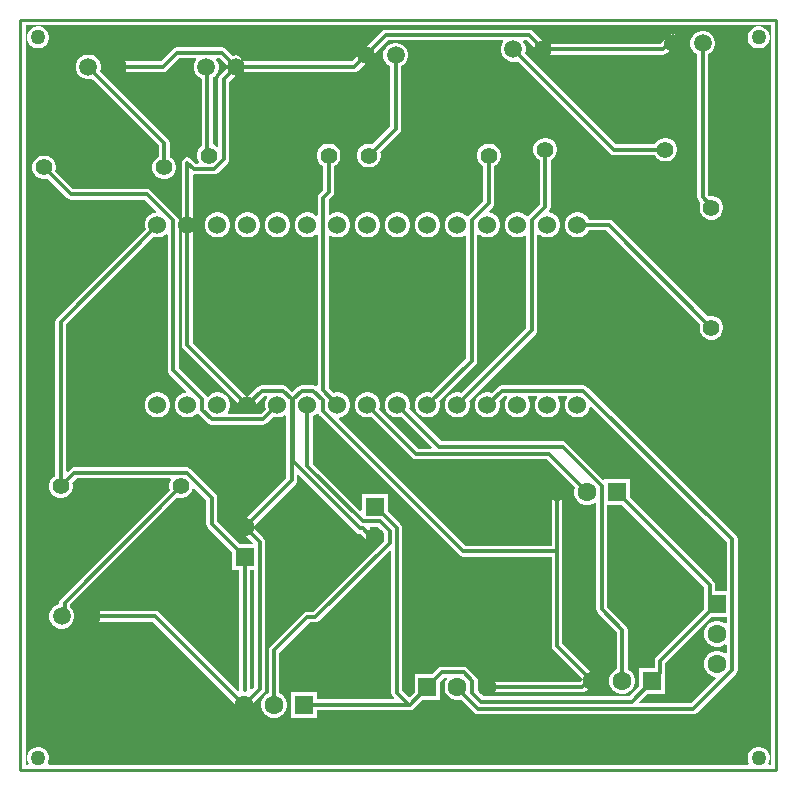
<source format=gbl>
G04*
G04 #@! TF.GenerationSoftware,Altium Limited,Altium Designer,22.6.1 (34)*
G04*
G04 Layer_Physical_Order=2*
G04 Layer_Color=16711680*
%FSLAX24Y24*%
%MOIN*%
G70*
G04*
G04 #@! TF.SameCoordinates,6E773C18-5622-4DD5-A5AB-6A1A1A176540*
G04*
G04*
G04 #@! TF.FilePolarity,Positive*
G04*
G01*
G75*
%ADD14C,0.0100*%
%ADD22C,0.0630*%
%ADD23R,0.0630X0.0630*%
%ADD24C,0.0600*%
%ADD25C,0.0591*%
%ADD26C,0.0551*%
%ADD27R,0.0630X0.0630*%
%ADD28C,0.0500*%
%ADD29C,0.0118*%
G36*
X25222Y565D02*
X25150D01*
X25125Y608D01*
X25146Y645D01*
X25171Y739D01*
Y836D01*
X25146Y929D01*
X25098Y1013D01*
X25029Y1082D01*
X24945Y1130D01*
X24852Y1156D01*
X24755D01*
X24661Y1130D01*
X24577Y1082D01*
X24509Y1013D01*
X24460Y929D01*
X24435Y836D01*
Y739D01*
X24460Y645D01*
X24481Y608D01*
X24456Y565D01*
X1134D01*
X1109Y608D01*
X1130Y645D01*
X1156Y739D01*
Y836D01*
X1130Y929D01*
X1082Y1013D01*
X1013Y1082D01*
X929Y1130D01*
X836Y1156D01*
X739D01*
X645Y1130D01*
X561Y1082D01*
X493Y1013D01*
X444Y929D01*
X419Y836D01*
Y739D01*
X444Y645D01*
X466Y608D01*
X441Y565D01*
X368D01*
Y25222D01*
X25222D01*
Y565D01*
D02*
G37*
%LPC*%
G36*
X24852Y25171D02*
X24755D01*
X24661Y25146D01*
X24577Y25098D01*
X24509Y25029D01*
X24460Y24945D01*
X24435Y24852D01*
Y24755D01*
X24460Y24661D01*
X24509Y24577D01*
X24577Y24509D01*
X24661Y24460D01*
X24755Y24435D01*
X24852D01*
X24945Y24460D01*
X25029Y24509D01*
X25098Y24577D01*
X25146Y24661D01*
X25171Y24755D01*
Y24852D01*
X25146Y24945D01*
X25098Y25029D01*
X25029Y25098D01*
X24945Y25146D01*
X24852Y25171D01*
D02*
G37*
G36*
X836D02*
X739D01*
X645Y25146D01*
X561Y25098D01*
X493Y25029D01*
X444Y24945D01*
X419Y24852D01*
Y24755D01*
X444Y24661D01*
X493Y24577D01*
X561Y24509D01*
X645Y24460D01*
X739Y24435D01*
X836D01*
X929Y24460D01*
X1013Y24509D01*
X1082Y24577D01*
X1130Y24661D01*
X1156Y24755D01*
Y24852D01*
X1130Y24945D01*
X1082Y25029D01*
X1013Y25098D01*
X929Y25146D01*
X836Y25171D01*
D02*
G37*
G36*
X17154Y25063D02*
X12374D01*
X12305Y25049D01*
X12246Y25010D01*
X11577Y24340D01*
X11236Y24000D01*
X7584D01*
X7570Y24016D01*
X7557Y24085D01*
X7517Y24143D01*
X7514Y24147D01*
X7455Y24187D01*
X7386Y24200D01*
X7317Y24187D01*
X7293Y24171D01*
X7045Y24419D01*
X6986Y24458D01*
X6917Y24472D01*
X5421D01*
X5352Y24458D01*
X5294Y24419D01*
X4874Y24000D01*
X3453D01*
X3384Y23986D01*
X3325Y23947D01*
X3286Y23888D01*
X3272Y23819D01*
X3286Y23750D01*
X3325Y23691D01*
X3384Y23652D01*
X3453Y23638D01*
X4949D01*
X5018Y23652D01*
X5077Y23691D01*
X5496Y24111D01*
X6033D01*
X6052Y24061D01*
X6005Y23978D01*
X5976Y23873D01*
Y23764D01*
X6005Y23659D01*
X6059Y23565D01*
X6136Y23488D01*
X6230Y23434D01*
X6247Y23429D01*
Y21195D01*
X6223Y21181D01*
X6150Y21108D01*
X6098Y21018D01*
X6071Y20918D01*
Y20814D01*
X6098Y20714D01*
X6138Y20644D01*
X6113Y20594D01*
X6055D01*
X5892Y20757D01*
X5833Y20796D01*
X5764Y20810D01*
X5695Y20796D01*
X5636Y20757D01*
X5597Y20699D01*
X5584Y20630D01*
Y18551D01*
Y14551D01*
X5597Y14482D01*
X5636Y14423D01*
X7636Y12423D01*
X7695Y12384D01*
X7764Y12371D01*
X7833Y12384D01*
X7892Y12423D01*
X8316Y12848D01*
X8406D01*
X8424Y12798D01*
X8375Y12713D01*
X8346Y12606D01*
Y12496D01*
X8369Y12411D01*
X8212Y12255D01*
X7123D01*
X7105Y12305D01*
X7154Y12390D01*
X7182Y12496D01*
Y12606D01*
X7154Y12713D01*
X7099Y12808D01*
X7021Y12886D01*
X6926Y12941D01*
X6819Y12969D01*
X6709D01*
X6603Y12941D01*
X6507Y12886D01*
X6454Y12832D01*
X6451Y12831D01*
X6393Y12841D01*
X6369Y12877D01*
X5468Y13778D01*
Y18703D01*
X5454Y18772D01*
X5415Y18831D01*
X4549Y19697D01*
X4490Y19736D01*
X4421Y19750D01*
X1962D01*
X1360Y20352D01*
X1378Y20421D01*
Y20524D01*
X1351Y20624D01*
X1299Y20714D01*
X1226Y20787D01*
X1136Y20839D01*
X1036Y20866D01*
X932D01*
X832Y20839D01*
X743Y20787D01*
X669Y20714D01*
X617Y20624D01*
X591Y20524D01*
Y20421D01*
X617Y20320D01*
X669Y20231D01*
X743Y20157D01*
X832Y20106D01*
X932Y20079D01*
X1036D01*
X1104Y20097D01*
X1760Y19441D01*
X1818Y19402D01*
X1887Y19389D01*
X4346D01*
X4720Y19014D01*
X4698Y18966D01*
X4603Y18941D01*
X4507Y18886D01*
X4430Y18808D01*
X4375Y18713D01*
X4346Y18606D01*
Y18496D01*
X4369Y18411D01*
X1416Y15458D01*
X1376Y15399D01*
X1363Y15330D01*
Y10193D01*
X1302Y10158D01*
X1228Y10084D01*
X1176Y9994D01*
X1150Y9894D01*
Y9791D01*
X1176Y9691D01*
X1228Y9601D01*
X1302Y9527D01*
X1391Y9476D01*
X1491Y9449D01*
X1595D01*
X1695Y9476D01*
X1785Y9527D01*
X1858Y9601D01*
X1910Y9691D01*
X1937Y9791D01*
Y9894D01*
X1919Y9962D01*
X2071Y10115D01*
X5192D01*
X5217Y10065D01*
X5176Y9994D01*
X5150Y9894D01*
Y9791D01*
X5168Y9723D01*
X1537Y6092D01*
X1498Y6034D01*
X1485Y5964D01*
Y5916D01*
X1415Y5897D01*
X1321Y5843D01*
X1244Y5766D01*
X1190Y5671D01*
X1161Y5566D01*
Y5457D01*
X1190Y5352D01*
X1244Y5258D01*
X1321Y5181D01*
X1415Y5127D01*
X1520Y5098D01*
X1629D01*
X1734Y5127D01*
X1829Y5181D01*
X1906Y5258D01*
X1960Y5352D01*
X1988Y5457D01*
Y5566D01*
X1960Y5671D01*
X1906Y5766D01*
X1846Y5825D01*
Y5890D01*
X5423Y9467D01*
X5491Y9449D01*
X5595D01*
X5695Y9476D01*
X5785Y9527D01*
X5858Y9601D01*
X5910Y9691D01*
X5931Y9769D01*
X5984Y9787D01*
X6395Y9375D01*
Y8581D01*
X6409Y8512D01*
X6448Y8454D01*
X7244Y7658D01*
Y7047D01*
X7497D01*
Y3051D01*
X7501Y3030D01*
X7455Y3006D01*
X4821Y5640D01*
X4762Y5679D01*
X4693Y5692D01*
X2575D01*
X2506Y5679D01*
X2447Y5640D01*
X2408Y5581D01*
X2394Y5512D01*
X2408Y5443D01*
X2447Y5384D01*
X2506Y5345D01*
X2575Y5331D01*
X4618D01*
X7518Y2431D01*
X7577Y2392D01*
X7646Y2378D01*
X7715Y2392D01*
X7773Y2431D01*
X8297Y2955D01*
X8336Y3014D01*
X8350Y3083D01*
Y7988D01*
X8336Y8057D01*
X8297Y8116D01*
X7933Y8480D01*
X9369Y9917D01*
X9408Y9975D01*
X9422Y10044D01*
Y10212D01*
X9468Y10231D01*
X11394Y8305D01*
X11453Y8266D01*
X11522Y8252D01*
X11523D01*
X11742Y8034D01*
X11800Y7995D01*
X11869Y7981D01*
X12008D01*
X12077Y7995D01*
X12136Y8034D01*
X12175Y8092D01*
X12189Y8161D01*
X12175Y8231D01*
X12136Y8289D01*
X12077Y8328D01*
X12008Y8342D01*
X11944D01*
X11844Y8442D01*
X11863Y8489D01*
X12121D01*
X12319Y8290D01*
Y8032D01*
X9953Y5666D01*
X9764D01*
X9695Y5653D01*
X9636Y5613D01*
X8518Y4495D01*
X8479Y4436D01*
X8465Y4367D01*
Y2955D01*
X8380Y2906D01*
X8299Y2825D01*
X8242Y2726D01*
X8213Y2616D01*
Y2502D01*
X8242Y2392D01*
X8299Y2293D01*
X8380Y2213D01*
X8479Y2156D01*
X8589Y2126D01*
X8703D01*
X8813Y2156D01*
X8912Y2213D01*
X8992Y2293D01*
X9049Y2392D01*
X9079Y2502D01*
Y2616D01*
X9049Y2726D01*
X8992Y2825D01*
X8912Y2906D01*
X8826Y2955D01*
Y4292D01*
X9839Y5305D01*
X10028D01*
X10097Y5319D01*
X10156Y5358D01*
X12509Y7711D01*
X12556Y7692D01*
Y2963D01*
X12569Y2894D01*
X12608Y2835D01*
X12658Y2786D01*
X12638Y2740D01*
X10079D01*
Y2992D01*
X9213D01*
Y2126D01*
X10079D01*
Y2378D01*
X13173D01*
X13242Y2392D01*
X13301Y2431D01*
X13586Y2717D01*
X14197D01*
Y3327D01*
X14331Y3461D01*
X14398D01*
X14406Y3443D01*
X14415Y3411D01*
X14360Y3317D01*
X14331Y3207D01*
Y3093D01*
X14360Y2982D01*
X14417Y2884D01*
X14498Y2803D01*
X14597Y2746D01*
X14707Y2717D01*
X14821D01*
X14892Y2736D01*
X15334Y2294D01*
X15393Y2254D01*
X15462Y2241D01*
X22621D01*
X22690Y2254D01*
X22749Y2294D01*
X24045Y3590D01*
X24084Y3648D01*
X24098Y3717D01*
Y8073D01*
X24084Y8142D01*
X24045Y8201D01*
X19090Y13156D01*
X19031Y13195D01*
X18962Y13209D01*
X16241D01*
X16172Y13195D01*
X16114Y13156D01*
X15904Y12947D01*
X15819Y12969D01*
X15709D01*
X15603Y12941D01*
X15507Y12886D01*
X15430Y12808D01*
X15375Y12713D01*
X15346Y12606D01*
Y12496D01*
X15375Y12390D01*
X15430Y12294D01*
X15507Y12217D01*
X15603Y12162D01*
X15709Y12133D01*
X15819D01*
X15926Y12162D01*
X16021Y12217D01*
X16099Y12294D01*
X16154Y12390D01*
X16182Y12496D01*
Y12606D01*
X16160Y12691D01*
X16316Y12848D01*
X16406D01*
X16424Y12798D01*
X16375Y12713D01*
X16346Y12606D01*
Y12496D01*
X16375Y12390D01*
X16430Y12294D01*
X16507Y12217D01*
X16603Y12162D01*
X16709Y12133D01*
X16819D01*
X16926Y12162D01*
X17021Y12217D01*
X17099Y12294D01*
X17154Y12390D01*
X17182Y12496D01*
Y12606D01*
X17154Y12713D01*
X17105Y12798D01*
X17123Y12848D01*
X17406D01*
X17424Y12798D01*
X17375Y12713D01*
X17346Y12606D01*
Y12496D01*
X17375Y12390D01*
X17430Y12294D01*
X17507Y12217D01*
X17603Y12162D01*
X17709Y12133D01*
X17819D01*
X17926Y12162D01*
X18021Y12217D01*
X18099Y12294D01*
X18154Y12390D01*
X18182Y12496D01*
Y12606D01*
X18154Y12713D01*
X18105Y12798D01*
X18123Y12848D01*
X18406D01*
X18424Y12798D01*
X18375Y12713D01*
X18346Y12606D01*
Y12496D01*
X18375Y12390D01*
X18430Y12294D01*
X18507Y12217D01*
X18603Y12162D01*
X18709Y12133D01*
X18819D01*
X18926Y12162D01*
X19021Y12217D01*
X19099Y12294D01*
X19154Y12390D01*
X19179Y12485D01*
X19227Y12507D01*
X23737Y7998D01*
Y6354D01*
X23350D01*
Y6555D01*
X23336Y6624D01*
X23297Y6683D01*
X20512Y9468D01*
Y10079D01*
X19646D01*
Y10079D01*
X19611Y10065D01*
X18394Y11282D01*
X18335Y11321D01*
X18266Y11335D01*
X14236D01*
X13160Y12411D01*
X13182Y12496D01*
Y12606D01*
X13154Y12713D01*
X13099Y12808D01*
X13021Y12886D01*
X12926Y12941D01*
X12819Y12969D01*
X12709D01*
X12603Y12941D01*
X12507Y12886D01*
X12430Y12808D01*
X12375Y12713D01*
X12346Y12606D01*
Y12496D01*
X12375Y12390D01*
X12430Y12294D01*
X12507Y12217D01*
X12603Y12162D01*
X12709Y12133D01*
X12819D01*
X12904Y12156D01*
X13915Y11145D01*
X13896Y11099D01*
X13472D01*
X12160Y12411D01*
X12182Y12496D01*
Y12606D01*
X12154Y12713D01*
X12099Y12808D01*
X12021Y12886D01*
X11926Y12941D01*
X11819Y12969D01*
X11709D01*
X11603Y12941D01*
X11507Y12886D01*
X11430Y12808D01*
X11375Y12713D01*
X11346Y12606D01*
Y12496D01*
X11375Y12390D01*
X11430Y12294D01*
X11507Y12217D01*
X11603Y12162D01*
X11709Y12133D01*
X11819D01*
X11904Y12156D01*
X13270Y10790D01*
X13328Y10751D01*
X13397Y10737D01*
X17732D01*
X18671Y9798D01*
X18646Y9703D01*
Y9589D01*
X18675Y9479D01*
X18732Y9380D01*
X18813Y9299D01*
X18912Y9242D01*
X19022Y9213D01*
X19136D01*
X19246Y9242D01*
X19340Y9297D01*
X19373Y9288D01*
X19390Y9280D01*
Y5744D01*
X19404Y5675D01*
X19443Y5617D01*
X20079Y4981D01*
Y3742D01*
X19994Y3693D01*
X19913Y3612D01*
X19856Y3514D01*
X19827Y3403D01*
Y3289D01*
X19856Y3179D01*
X19913Y3081D01*
X19994Y3000D01*
X20093Y2943D01*
X20203Y2913D01*
X20317D01*
X20427Y2943D01*
X20526Y3000D01*
X20606Y3081D01*
X20663Y3179D01*
X20693Y3289D01*
Y3403D01*
X20663Y3514D01*
X20606Y3612D01*
X20526Y3693D01*
X20440Y3742D01*
Y5056D01*
X20427Y5125D01*
X20388Y5183D01*
X19751Y5819D01*
Y9213D01*
X20256D01*
X22989Y6480D01*
Y6177D01*
X22992Y6160D01*
Y5744D01*
X21388Y4140D01*
X21349Y4081D01*
X21335Y4012D01*
Y3780D01*
X20827D01*
Y3169D01*
X20496Y2838D01*
X15635D01*
X15444Y3028D01*
Y3346D01*
X15431Y3415D01*
X15392Y3473D01*
X15095Y3769D01*
X15037Y3809D01*
X14968Y3822D01*
X14256D01*
X14187Y3809D01*
X14128Y3769D01*
X13941Y3583D01*
X13331D01*
Y2972D01*
X13157Y2798D01*
X12917Y3037D01*
Y8463D01*
X12903Y8532D01*
X12864Y8591D01*
X12441Y9014D01*
Y9594D01*
X11575D01*
Y9035D01*
X11529Y9016D01*
X9945Y10599D01*
Y12173D01*
X10021Y12217D01*
X10074Y12270D01*
X10078Y12271D01*
X10135Y12262D01*
X10159Y12226D01*
X14836Y7549D01*
X14894Y7510D01*
X14963Y7497D01*
X17898D01*
Y4528D01*
X17912Y4458D01*
X17951Y4400D01*
X18935Y3416D01*
X18850Y3330D01*
X15764D01*
X15695Y3316D01*
X15636Y3277D01*
X15597Y3219D01*
X15583Y3150D01*
X15597Y3080D01*
X15636Y3022D01*
X15695Y2983D01*
X15764Y2969D01*
X18924D01*
X18994Y2983D01*
X19052Y3022D01*
X19196Y3166D01*
X19260D01*
X19329Y3180D01*
X19388Y3219D01*
X19427Y3277D01*
X19440Y3346D01*
X19427Y3416D01*
X19388Y3474D01*
X18259Y4602D01*
Y7677D01*
Y9646D01*
X18246Y9715D01*
X18206Y9773D01*
X18148Y9813D01*
X18079Y9826D01*
X18010Y9813D01*
X17951Y9773D01*
X17912Y9715D01*
X17898Y9646D01*
Y7858D01*
X15038D01*
X10808Y12088D01*
X10831Y12136D01*
X10926Y12162D01*
X11021Y12217D01*
X11099Y12294D01*
X11154Y12390D01*
X11182Y12496D01*
Y12606D01*
X11154Y12713D01*
X11099Y12808D01*
X11021Y12886D01*
X10926Y12941D01*
X10819Y12969D01*
X10709D01*
X10631Y12948D01*
X10468Y13112D01*
Y18193D01*
X10518Y18211D01*
X10603Y18162D01*
X10709Y18133D01*
X10819D01*
X10926Y18162D01*
X11021Y18217D01*
X11099Y18294D01*
X11154Y18390D01*
X11182Y18496D01*
Y18606D01*
X11154Y18713D01*
X11099Y18808D01*
X11021Y18886D01*
X10926Y18941D01*
X10819Y18969D01*
X10709D01*
X10603Y18941D01*
X10518Y18892D01*
X10468Y18910D01*
Y19388D01*
X10592Y19512D01*
X10631Y19571D01*
X10645Y19640D01*
Y20516D01*
X10706Y20551D01*
X10780Y20624D01*
X10831Y20714D01*
X10858Y20814D01*
Y20918D01*
X10831Y21018D01*
X10780Y21108D01*
X10706Y21181D01*
X10617Y21233D01*
X10516Y21260D01*
X10413D01*
X10313Y21233D01*
X10223Y21181D01*
X10150Y21108D01*
X10098Y21018D01*
X10071Y20918D01*
Y20814D01*
X10098Y20714D01*
X10150Y20624D01*
X10223Y20551D01*
X10284Y20516D01*
Y19715D01*
X10159Y19590D01*
X10120Y19532D01*
X10106Y19462D01*
Y18871D01*
X10056Y18850D01*
X10021Y18886D01*
X9926Y18941D01*
X9819Y18969D01*
X9709D01*
X9603Y18941D01*
X9507Y18886D01*
X9430Y18808D01*
X9375Y18713D01*
X9346Y18606D01*
Y18496D01*
X9375Y18390D01*
X9430Y18294D01*
X9507Y18217D01*
X9603Y18162D01*
X9709Y18133D01*
X9819D01*
X9926Y18162D01*
X10021Y18217D01*
X10056Y18252D01*
X10106Y18231D01*
Y13205D01*
X10056Y13178D01*
X10031Y13195D01*
X9962Y13209D01*
X9567D01*
X9497Y13195D01*
X9439Y13156D01*
X9264Y12981D01*
X9090Y13156D01*
X9031Y13195D01*
X8962Y13209D01*
X8241D01*
X8172Y13195D01*
X8114Y13156D01*
X7764Y12807D01*
X5945Y14626D01*
Y18551D01*
Y20204D01*
X5980Y20233D01*
X6652D01*
X6721Y20247D01*
X6780Y20286D01*
X7103Y20609D01*
X7143Y20668D01*
X7156Y20737D01*
Y23330D01*
X7465Y23638D01*
X11311D01*
X11380Y23652D01*
X11439Y23691D01*
X11832Y24085D01*
X12449Y24701D01*
X16269D01*
X16288Y24651D01*
X16241Y24569D01*
X16213Y24464D01*
Y24355D01*
X16241Y24250D01*
X16295Y24156D01*
X16372Y24079D01*
X16466Y24024D01*
X16572Y23996D01*
X16680D01*
X16762Y24018D01*
X19845Y20935D01*
X19903Y20896D01*
X19972Y20882D01*
X21335D01*
X21370Y20821D01*
X21443Y20748D01*
X21533Y20696D01*
X21633Y20669D01*
X21737D01*
X21837Y20696D01*
X21927Y20748D01*
X22000Y20821D01*
X22052Y20911D01*
X22079Y21011D01*
Y21115D01*
X22052Y21215D01*
X22000Y21305D01*
X21927Y21378D01*
X21837Y21430D01*
X21737Y21457D01*
X21633D01*
X21533Y21430D01*
X21443Y21378D01*
X21370Y21305D01*
X21335Y21244D01*
X20047D01*
X17018Y24273D01*
X17039Y24355D01*
Y24464D01*
X17011Y24569D01*
X16964Y24651D01*
X16983Y24701D01*
X17079D01*
X17498Y24282D01*
X17557Y24243D01*
X17626Y24229D01*
X21616D01*
X21685Y24243D01*
X21744Y24282D01*
X21888Y24426D01*
X21941D01*
X22010Y24439D01*
X22069Y24479D01*
X22108Y24537D01*
X22122Y24606D01*
Y24734D01*
X22108Y24803D01*
X22069Y24862D01*
X22010Y24901D01*
X21941Y24915D01*
X21872Y24901D01*
X21813Y24862D01*
X21774Y24803D01*
X21769Y24778D01*
X21744Y24773D01*
X21685Y24734D01*
X21541Y24590D01*
X17701D01*
X17281Y25010D01*
X17223Y25049D01*
X17154Y25063D01*
D02*
G37*
G36*
X12759Y24626D02*
X12650D01*
X12545Y24598D01*
X12451Y24543D01*
X12374Y24466D01*
X12320Y24372D01*
X12291Y24267D01*
Y24158D01*
X12320Y24053D01*
X12374Y23959D01*
X12451Y23882D01*
X12524Y23840D01*
Y21835D01*
X11931Y21242D01*
X11863Y21260D01*
X11759D01*
X11659Y21233D01*
X11569Y21181D01*
X11496Y21108D01*
X11444Y21018D01*
X11417Y20918D01*
Y20814D01*
X11444Y20714D01*
X11496Y20624D01*
X11569Y20551D01*
X11659Y20499D01*
X11759Y20472D01*
X11863D01*
X11963Y20499D01*
X12053Y20551D01*
X12126Y20624D01*
X12178Y20714D01*
X12205Y20814D01*
Y20918D01*
X12186Y20986D01*
X12832Y21632D01*
X12872Y21691D01*
X12885Y21760D01*
Y23840D01*
X12959Y23882D01*
X13036Y23959D01*
X13090Y24053D01*
X13118Y24158D01*
Y24267D01*
X13090Y24372D01*
X13036Y24466D01*
X12959Y24543D01*
X12864Y24598D01*
X12759Y24626D01*
D02*
G37*
G36*
X2507Y24232D02*
X2398D01*
X2293Y24204D01*
X2199Y24150D01*
X2122Y24073D01*
X2068Y23978D01*
X2039Y23873D01*
Y23764D01*
X2068Y23659D01*
X2122Y23565D01*
X2199Y23488D01*
X2293Y23434D01*
X2398Y23406D01*
X2507D01*
X2589Y23427D01*
X4804Y21213D01*
Y20823D01*
X4743Y20787D01*
X4669Y20714D01*
X4617Y20624D01*
X4591Y20524D01*
Y20421D01*
X4617Y20320D01*
X4669Y20231D01*
X4743Y20157D01*
X4832Y20106D01*
X4932Y20079D01*
X5036D01*
X5136Y20106D01*
X5226Y20157D01*
X5299Y20231D01*
X5351Y20320D01*
X5378Y20421D01*
Y20524D01*
X5351Y20624D01*
X5299Y20714D01*
X5226Y20787D01*
X5165Y20823D01*
Y21287D01*
X5151Y21357D01*
X5112Y21415D01*
X2844Y23683D01*
X2866Y23764D01*
Y23873D01*
X2838Y23978D01*
X2784Y24073D01*
X2707Y24150D01*
X2612Y24204D01*
X2507Y24232D01*
D02*
G37*
G36*
X17737Y21457D02*
X17633D01*
X17533Y21430D01*
X17443Y21378D01*
X17370Y21305D01*
X17318Y21215D01*
X17291Y21115D01*
Y21011D01*
X17318Y20911D01*
X17370Y20821D01*
X17443Y20748D01*
X17504Y20713D01*
Y19222D01*
X17124Y18841D01*
X17067Y18839D01*
X17021Y18886D01*
X16926Y18941D01*
X16819Y18969D01*
X16709D01*
X16603Y18941D01*
X16507Y18886D01*
X16430Y18808D01*
X16375Y18713D01*
X16346Y18606D01*
Y18496D01*
X16375Y18390D01*
X16430Y18294D01*
X16507Y18217D01*
X16603Y18162D01*
X16709Y18133D01*
X16819D01*
X16926Y18162D01*
X17011Y18211D01*
X17061Y18193D01*
Y15112D01*
X14897Y12948D01*
X14819Y12969D01*
X14709D01*
X14603Y12941D01*
X14507Y12886D01*
X14430Y12808D01*
X14375Y12713D01*
X14346Y12606D01*
Y12496D01*
X14375Y12390D01*
X14430Y12294D01*
X14507Y12217D01*
X14603Y12162D01*
X14709Y12133D01*
X14819D01*
X14926Y12162D01*
X15021Y12217D01*
X15099Y12294D01*
X15154Y12390D01*
X15182Y12496D01*
Y12606D01*
X15158Y12698D01*
X17369Y14909D01*
X17408Y14968D01*
X17422Y15037D01*
Y18231D01*
X17472Y18252D01*
X17507Y18217D01*
X17603Y18162D01*
X17709Y18133D01*
X17819D01*
X17926Y18162D01*
X18021Y18217D01*
X18099Y18294D01*
X18154Y18390D01*
X18182Y18496D01*
Y18606D01*
X18154Y18713D01*
X18099Y18808D01*
X18021Y18886D01*
X17926Y18941D01*
X17831Y18966D01*
X17808Y19014D01*
X17813Y19019D01*
X17852Y19078D01*
X17866Y19147D01*
Y20713D01*
X17927Y20748D01*
X18000Y20821D01*
X18052Y20911D01*
X18079Y21011D01*
Y21115D01*
X18052Y21215D01*
X18000Y21305D01*
X17927Y21378D01*
X17837Y21430D01*
X17737Y21457D01*
D02*
G37*
G36*
X15863Y21260D02*
X15759D01*
X15659Y21233D01*
X15569Y21181D01*
X15496Y21108D01*
X15444Y21018D01*
X15417Y20918D01*
Y20814D01*
X15444Y20714D01*
X15496Y20624D01*
X15569Y20551D01*
X15630Y20516D01*
Y19348D01*
X15124Y18841D01*
X15067Y18839D01*
X15021Y18886D01*
X14926Y18941D01*
X14819Y18969D01*
X14709D01*
X14603Y18941D01*
X14507Y18886D01*
X14430Y18808D01*
X14375Y18713D01*
X14346Y18606D01*
Y18496D01*
X14375Y18390D01*
X14430Y18294D01*
X14507Y18217D01*
X14603Y18162D01*
X14709Y18133D01*
X14819D01*
X14926Y18162D01*
X15011Y18211D01*
X15061Y18193D01*
Y14103D01*
X13904Y12947D01*
X13819Y12969D01*
X13709D01*
X13603Y12941D01*
X13507Y12886D01*
X13430Y12808D01*
X13375Y12713D01*
X13346Y12606D01*
Y12496D01*
X13375Y12390D01*
X13430Y12294D01*
X13507Y12217D01*
X13603Y12162D01*
X13709Y12133D01*
X13819D01*
X13926Y12162D01*
X14021Y12217D01*
X14099Y12294D01*
X14154Y12390D01*
X14182Y12496D01*
Y12606D01*
X14160Y12691D01*
X15369Y13901D01*
X15408Y13959D01*
X15422Y14028D01*
Y18231D01*
X15472Y18252D01*
X15507Y18217D01*
X15603Y18162D01*
X15709Y18133D01*
X15819D01*
X15926Y18162D01*
X16021Y18217D01*
X16099Y18294D01*
X16154Y18390D01*
X16182Y18496D01*
Y18606D01*
X16154Y18713D01*
X16099Y18808D01*
X16021Y18886D01*
X15926Y18941D01*
X15831Y18966D01*
X15808Y19014D01*
X15939Y19145D01*
X15978Y19204D01*
X15992Y19273D01*
Y20516D01*
X16053Y20551D01*
X16126Y20624D01*
X16178Y20714D01*
X16205Y20814D01*
Y20918D01*
X16178Y21018D01*
X16126Y21108D01*
X16053Y21181D01*
X15963Y21233D01*
X15863Y21260D01*
D02*
G37*
G36*
X22995Y25020D02*
X22887D01*
X22781Y24992D01*
X22687Y24937D01*
X22610Y24860D01*
X22556Y24766D01*
X22528Y24661D01*
Y24552D01*
X22556Y24447D01*
X22610Y24352D01*
X22687Y24276D01*
X22760Y24233D01*
Y19479D01*
X22774Y19410D01*
X22813Y19351D01*
X22871Y19294D01*
X22861Y19278D01*
X22835Y19178D01*
Y19074D01*
X22861Y18974D01*
X22913Y18884D01*
X22987Y18811D01*
X23076Y18759D01*
X23177Y18732D01*
X23280D01*
X23380Y18759D01*
X23470Y18811D01*
X23543Y18884D01*
X23595Y18974D01*
X23622Y19074D01*
Y19178D01*
X23595Y19278D01*
X23543Y19368D01*
X23470Y19441D01*
X23380Y19493D01*
X23280Y19520D01*
X23177D01*
X23160Y19515D01*
X23122Y19554D01*
Y24233D01*
X23195Y24276D01*
X23272Y24352D01*
X23326Y24447D01*
X23354Y24552D01*
Y24661D01*
X23326Y24766D01*
X23272Y24860D01*
X23195Y24937D01*
X23101Y24992D01*
X22995Y25020D01*
D02*
G37*
G36*
X13819Y18969D02*
X13709D01*
X13603Y18941D01*
X13507Y18886D01*
X13430Y18808D01*
X13375Y18713D01*
X13346Y18606D01*
Y18496D01*
X13375Y18390D01*
X13430Y18294D01*
X13507Y18217D01*
X13603Y18162D01*
X13709Y18133D01*
X13819D01*
X13926Y18162D01*
X14021Y18217D01*
X14099Y18294D01*
X14154Y18390D01*
X14182Y18496D01*
Y18606D01*
X14154Y18713D01*
X14099Y18808D01*
X14021Y18886D01*
X13926Y18941D01*
X13819Y18969D01*
D02*
G37*
G36*
X12819D02*
X12709D01*
X12603Y18941D01*
X12507Y18886D01*
X12430Y18808D01*
X12375Y18713D01*
X12346Y18606D01*
Y18496D01*
X12375Y18390D01*
X12430Y18294D01*
X12507Y18217D01*
X12603Y18162D01*
X12709Y18133D01*
X12819D01*
X12926Y18162D01*
X13021Y18217D01*
X13099Y18294D01*
X13154Y18390D01*
X13182Y18496D01*
Y18606D01*
X13154Y18713D01*
X13099Y18808D01*
X13021Y18886D01*
X12926Y18941D01*
X12819Y18969D01*
D02*
G37*
G36*
X11819D02*
X11709D01*
X11603Y18941D01*
X11507Y18886D01*
X11430Y18808D01*
X11375Y18713D01*
X11346Y18606D01*
Y18496D01*
X11375Y18390D01*
X11430Y18294D01*
X11507Y18217D01*
X11603Y18162D01*
X11709Y18133D01*
X11819D01*
X11926Y18162D01*
X12021Y18217D01*
X12099Y18294D01*
X12154Y18390D01*
X12182Y18496D01*
Y18606D01*
X12154Y18713D01*
X12099Y18808D01*
X12021Y18886D01*
X11926Y18941D01*
X11819Y18969D01*
D02*
G37*
G36*
X8819D02*
X8709D01*
X8603Y18941D01*
X8507Y18886D01*
X8430Y18808D01*
X8375Y18713D01*
X8346Y18606D01*
Y18496D01*
X8375Y18390D01*
X8430Y18294D01*
X8507Y18217D01*
X8603Y18162D01*
X8709Y18133D01*
X8819D01*
X8926Y18162D01*
X9021Y18217D01*
X9099Y18294D01*
X9154Y18390D01*
X9182Y18496D01*
Y18606D01*
X9154Y18713D01*
X9099Y18808D01*
X9021Y18886D01*
X8926Y18941D01*
X8819Y18969D01*
D02*
G37*
G36*
X7819D02*
X7709D01*
X7603Y18941D01*
X7507Y18886D01*
X7430Y18808D01*
X7375Y18713D01*
X7346Y18606D01*
Y18496D01*
X7375Y18390D01*
X7430Y18294D01*
X7507Y18217D01*
X7603Y18162D01*
X7709Y18133D01*
X7819D01*
X7926Y18162D01*
X8021Y18217D01*
X8099Y18294D01*
X8154Y18390D01*
X8182Y18496D01*
Y18606D01*
X8154Y18713D01*
X8099Y18808D01*
X8021Y18886D01*
X7926Y18941D01*
X7819Y18969D01*
D02*
G37*
G36*
X6819D02*
X6709D01*
X6603Y18941D01*
X6507Y18886D01*
X6430Y18808D01*
X6375Y18713D01*
X6346Y18606D01*
Y18496D01*
X6375Y18390D01*
X6430Y18294D01*
X6507Y18217D01*
X6603Y18162D01*
X6709Y18133D01*
X6819D01*
X6926Y18162D01*
X7021Y18217D01*
X7099Y18294D01*
X7154Y18390D01*
X7182Y18496D01*
Y18606D01*
X7154Y18713D01*
X7099Y18808D01*
X7021Y18886D01*
X6926Y18941D01*
X6819Y18969D01*
D02*
G37*
G36*
X18819D02*
X18709D01*
X18603Y18941D01*
X18507Y18886D01*
X18430Y18808D01*
X18375Y18713D01*
X18346Y18606D01*
Y18496D01*
X18375Y18390D01*
X18430Y18294D01*
X18507Y18217D01*
X18603Y18162D01*
X18709Y18133D01*
X18819D01*
X18926Y18162D01*
X19021Y18217D01*
X19099Y18294D01*
X19143Y18371D01*
X19728D01*
X22853Y15246D01*
X22835Y15178D01*
Y15074D01*
X22861Y14974D01*
X22913Y14884D01*
X22987Y14811D01*
X23076Y14759D01*
X23177Y14732D01*
X23280D01*
X23380Y14759D01*
X23470Y14811D01*
X23543Y14884D01*
X23595Y14974D01*
X23622Y15074D01*
Y15178D01*
X23595Y15278D01*
X23543Y15368D01*
X23470Y15441D01*
X23380Y15493D01*
X23280Y15520D01*
X23177D01*
X23108Y15501D01*
X19931Y18679D01*
X19872Y18718D01*
X19803Y18732D01*
X19143D01*
X19099Y18808D01*
X19021Y18886D01*
X18926Y18941D01*
X18819Y18969D01*
D02*
G37*
%LPD*%
G36*
X7134Y23819D02*
X6848Y23533D01*
X6809Y23474D01*
X6795Y23405D01*
Y21163D01*
X6745Y21142D01*
X6706Y21181D01*
X6617Y21233D01*
X6608Y21235D01*
Y23467D01*
X6644Y23488D01*
X6721Y23565D01*
X6775Y23659D01*
X6803Y23764D01*
Y23873D01*
X6775Y23978D01*
X6727Y24061D01*
X6747Y24111D01*
X6842D01*
X7134Y23819D01*
D02*
G37*
G36*
X5106Y18231D02*
Y13703D01*
X5120Y13634D01*
X5159Y13575D01*
X5720Y13014D01*
X5698Y12966D01*
X5603Y12941D01*
X5507Y12886D01*
X5430Y12808D01*
X5375Y12713D01*
X5346Y12606D01*
Y12496D01*
X5375Y12390D01*
X5430Y12294D01*
X5507Y12217D01*
X5603Y12162D01*
X5709Y12133D01*
X5819D01*
X5926Y12162D01*
X6021Y12217D01*
X6067Y12263D01*
X6124Y12261D01*
X6439Y11946D01*
X6497Y11907D01*
X6567Y11893D01*
X8287D01*
X8356Y11907D01*
X8415Y11946D01*
X8624Y12156D01*
X8709Y12133D01*
X8819D01*
X8926Y12162D01*
X9011Y12211D01*
X9061Y12193D01*
Y10119D01*
X7549Y8608D01*
X7510Y8549D01*
X7497Y8480D01*
X7510Y8411D01*
X7549Y8353D01*
X7942Y7960D01*
X7923Y7913D01*
X7500D01*
X6757Y8656D01*
Y9450D01*
X6743Y9519D01*
X6704Y9578D01*
X5859Y10423D01*
X5800Y10462D01*
X5731Y10476D01*
X1996D01*
X1927Y10462D01*
X1868Y10423D01*
X1770Y10325D01*
X1724Y10344D01*
Y15255D01*
X4624Y18156D01*
X4709Y18133D01*
X4819D01*
X4926Y18162D01*
X5021Y18217D01*
X5056Y18252D01*
X5106Y18231D01*
D02*
G37*
G36*
X23737Y5287D02*
X23719Y5279D01*
X23687Y5270D01*
X23592Y5325D01*
X23482Y5354D01*
X23368D01*
X23258Y5325D01*
X23159Y5268D01*
X23079Y5187D01*
X23022Y5088D01*
X22992Y4978D01*
Y4864D01*
X23022Y4754D01*
X23079Y4655D01*
X23159Y4575D01*
X23258Y4518D01*
X23368Y4488D01*
X23482D01*
X23592Y4518D01*
X23687Y4572D01*
X23719Y4563D01*
X23737Y4556D01*
Y4287D01*
X23719Y4279D01*
X23687Y4270D01*
X23592Y4325D01*
X23482Y4354D01*
X23368D01*
X23258Y4325D01*
X23159Y4268D01*
X23079Y4187D01*
X23022Y4088D01*
X22992Y3978D01*
Y3864D01*
X23022Y3754D01*
X23079Y3655D01*
X23159Y3575D01*
X23258Y3518D01*
X23363Y3490D01*
X23380Y3460D01*
X23387Y3443D01*
X22546Y2602D01*
X20836D01*
X20817Y2648D01*
X21082Y2913D01*
X21693D01*
Y3585D01*
X21696Y3602D01*
Y3937D01*
X23248Y5488D01*
X23737D01*
Y5287D01*
D02*
G37*
G36*
X7989Y3158D02*
X7908Y3077D01*
X7858Y3097D01*
Y7047D01*
X7989D01*
Y3158D01*
D02*
G37*
%LPC*%
G36*
X4819Y12969D02*
X4709D01*
X4603Y12941D01*
X4507Y12886D01*
X4430Y12808D01*
X4375Y12713D01*
X4346Y12606D01*
Y12496D01*
X4375Y12390D01*
X4430Y12294D01*
X4507Y12217D01*
X4603Y12162D01*
X4709Y12133D01*
X4819D01*
X4926Y12162D01*
X5021Y12217D01*
X5099Y12294D01*
X5154Y12390D01*
X5182Y12496D01*
Y12606D01*
X5154Y12713D01*
X5099Y12808D01*
X5021Y12886D01*
X4926Y12941D01*
X4819Y12969D01*
D02*
G37*
%LPD*%
D14*
X197Y394D02*
X25394D01*
X197Y25394D02*
X25394D01*
Y394D02*
Y25394D01*
X197Y394D02*
Y25394D01*
D22*
X7677Y8480D02*
D03*
X12008Y8161D02*
D03*
X8646Y2559D02*
D03*
X7646D02*
D03*
X19079Y9646D02*
D03*
X18079D02*
D03*
X20260Y3346D02*
D03*
X19260D02*
D03*
X14764Y3150D02*
D03*
X15764D02*
D03*
X23425Y4921D02*
D03*
Y3921D02*
D03*
D23*
X7677Y7480D02*
D03*
X12008Y9161D02*
D03*
X23425Y5921D02*
D03*
D24*
X18764Y18551D02*
D03*
X17764D02*
D03*
X16764D02*
D03*
X15764D02*
D03*
X14764D02*
D03*
X13764D02*
D03*
X12764D02*
D03*
X11764D02*
D03*
X10764D02*
D03*
X9764D02*
D03*
X8764D02*
D03*
X7764D02*
D03*
X6764D02*
D03*
X5764D02*
D03*
X4764D02*
D03*
Y12551D02*
D03*
X5764D02*
D03*
X6764D02*
D03*
X7764D02*
D03*
X8764D02*
D03*
X9764D02*
D03*
X10764D02*
D03*
X11764D02*
D03*
X12764D02*
D03*
X13764D02*
D03*
X14764D02*
D03*
X15764D02*
D03*
X16764D02*
D03*
X17764D02*
D03*
X18764D02*
D03*
D25*
X2453Y23819D02*
D03*
X3453D02*
D03*
X7390D02*
D03*
X6390D02*
D03*
X11705Y24213D02*
D03*
X12705D02*
D03*
X17626Y24409D02*
D03*
X16626D02*
D03*
X21941Y24606D02*
D03*
X22941D02*
D03*
X1575Y5512D02*
D03*
X2575D02*
D03*
D26*
X4984Y20472D02*
D03*
X984D02*
D03*
X6465Y20866D02*
D03*
X10465D02*
D03*
X11811D02*
D03*
X15811D02*
D03*
X21685Y21063D02*
D03*
X17685D02*
D03*
X23228Y19126D02*
D03*
Y15126D02*
D03*
X5543Y9843D02*
D03*
X1543D02*
D03*
D27*
X9646Y2559D02*
D03*
X20079Y9646D02*
D03*
X21260Y3346D02*
D03*
X13764Y3150D02*
D03*
D28*
X24803Y24803D02*
D03*
Y787D02*
D03*
X787D02*
D03*
Y24803D02*
D03*
D29*
X5764Y20630D02*
X5980Y20413D01*
X6652D01*
X6976Y20737D01*
Y23405D02*
X7390Y23819D01*
X6976Y20737D02*
Y23405D01*
X6390Y23819D02*
X6427Y23781D01*
Y20904D02*
X6465Y20866D01*
X6427Y20904D02*
Y23781D01*
X4949Y23819D02*
X5421Y24291D01*
X6917D01*
X7390Y23819D01*
X3453D02*
X4949D01*
X2453D02*
X4984Y21287D01*
Y20472D02*
Y21287D01*
X2362Y23819D02*
X2453D01*
X4900Y20472D02*
X4984D01*
X9241Y10044D02*
Y12749D01*
X11705Y24213D02*
X12374Y24882D01*
X17154D01*
X17626Y24409D01*
X7677Y8480D02*
X8169Y7988D01*
X7646Y2559D02*
X8169Y3083D01*
Y7988D01*
X7677Y3051D02*
Y7480D01*
X4693Y5512D02*
X7646Y2559D01*
X2575Y5512D02*
X4693D01*
X11522Y8433D02*
X11598D01*
X18079Y7677D02*
Y9646D01*
Y4528D02*
Y7677D01*
X10287Y12354D02*
X14963Y7677D01*
X9567Y13028D02*
X9962D01*
X9287Y12749D02*
X9567Y13028D01*
X9962D02*
X10287Y12703D01*
X9287Y10668D02*
Y12749D01*
X10287Y12354D02*
Y12703D01*
X11869Y8161D02*
X12008D01*
X10287Y13037D02*
Y19462D01*
Y13037D02*
X10764Y12560D01*
Y12551D02*
Y12560D01*
X9287Y10668D02*
X11522Y8433D01*
X14963Y7677D02*
X18079D01*
X10028Y5486D02*
X12500Y7958D01*
Y8365D01*
X9764Y5486D02*
X10028D01*
X8646Y4367D02*
X9764Y5486D01*
X12736Y2963D02*
X13140Y2559D01*
X12736Y2963D02*
Y8463D01*
X18079Y4528D02*
X19260Y3346D01*
X20571Y2657D02*
X21260Y3346D01*
X14256Y3642D02*
X14968D01*
X13764Y3150D02*
X14256Y3642D01*
X14968D02*
X15264Y3346D01*
X22621Y2421D02*
X23917Y3717D01*
X15264Y2954D02*
Y3346D01*
Y2954D02*
X15560Y2657D01*
X20571D01*
X15462Y2421D02*
X22621D01*
X14764Y3120D02*
Y3150D01*
Y3120D02*
X15462Y2421D01*
X13173Y2559D02*
X13764Y3150D01*
X9646Y2559D02*
X13140D01*
X13173D01*
X19121Y3346D02*
X19260D01*
X15764Y3150D02*
X18924D01*
X19121Y3346D01*
X21260D02*
X21516Y3602D01*
Y4012D02*
X23425Y5921D01*
X21516Y3602D02*
Y4012D01*
X23169Y6177D02*
Y6555D01*
X20079Y9646D02*
X23169Y6555D01*
Y6177D02*
X23425Y5921D01*
X18962Y13028D02*
X23917Y8073D01*
Y3717D02*
Y8073D01*
X16241Y13028D02*
X18962D01*
X15764Y12551D02*
X16241Y13028D01*
X19803Y18551D02*
X23228Y15126D01*
X18764Y18551D02*
X19803D01*
X22941Y19479D02*
Y24606D01*
X23228Y19126D02*
Y19191D01*
X22941Y19479D02*
X23228Y19191D01*
X19571Y5744D02*
Y9850D01*
X14161Y11154D02*
X18266D01*
X19571Y5744D02*
X20260Y5056D01*
X17806Y10918D02*
X19079Y9646D01*
X13397Y10918D02*
X17806D01*
X11764Y12551D02*
X13397Y10918D01*
X12764Y12551D02*
X14161Y11154D01*
X18266D02*
X19571Y9850D01*
X20260Y3346D02*
Y5056D01*
X11620Y8669D02*
X12196D01*
X9764Y10525D02*
Y12551D01*
X12008Y9161D02*
X12264Y8906D01*
X12294D01*
X12196Y8669D02*
X12500Y8365D01*
X9764Y10525D02*
X11620Y8669D01*
X12294Y8906D02*
X12736Y8463D01*
X11598Y8433D02*
X11869Y8161D01*
X8646Y2559D02*
Y4367D01*
X1665Y5602D02*
Y5964D01*
X5543Y9843D01*
X1575Y5512D02*
X1665Y5602D01*
X1996Y10295D02*
X5731D01*
X1543Y9843D02*
X1996Y10295D01*
X6576Y8581D02*
X7677Y7480D01*
X6576Y8581D02*
Y9450D01*
X5731Y10295D02*
X6576Y9450D01*
X7677Y8480D02*
X9241Y10044D01*
X8962Y13028D02*
X9241Y12749D01*
X8241Y13028D02*
X8962D01*
X7764Y12551D02*
X8241Y13028D01*
X6567Y12074D02*
X8287D01*
X6241Y12399D02*
X6567Y12074D01*
X18995Y9646D02*
X19079D01*
X14764Y12551D02*
Y12560D01*
X17241Y15037D01*
Y18703D01*
X13764Y12551D02*
X15241Y14028D01*
Y18703D01*
X17241D02*
X17685Y19147D01*
Y21063D01*
X15811Y19273D02*
Y20866D01*
X15241Y18703D02*
X15811Y19273D01*
X5764Y18551D02*
Y20630D01*
Y14551D02*
Y18551D01*
X16626Y24409D02*
X19972Y21063D01*
X21685D01*
X21616Y24409D02*
X21813Y24606D01*
X17626Y24409D02*
X21616D01*
X21813Y24606D02*
X21941D01*
X12705Y21760D02*
Y24213D01*
X11811Y20866D02*
X12705Y21760D01*
X4421Y19569D02*
X5287Y18703D01*
Y13703D02*
Y18703D01*
X1887Y19569D02*
X4421D01*
X5287Y13703D02*
X6241Y12749D01*
X7390Y23819D02*
X11311D01*
X11705Y24213D01*
X5764Y14551D02*
X7764Y12551D01*
X8287Y12074D02*
X8764Y12551D01*
X984Y20472D02*
X1887Y19569D01*
X6241Y12399D02*
Y12749D01*
X1543Y15330D02*
X4764Y18551D01*
X1543Y9843D02*
Y15330D01*
X10465Y19640D02*
Y20866D01*
X10287Y19462D02*
X10465Y19640D01*
X7386Y24020D02*
X7390Y24016D01*
X21941Y24606D02*
Y24734D01*
X1447Y5512D02*
X1575D01*
M02*

</source>
